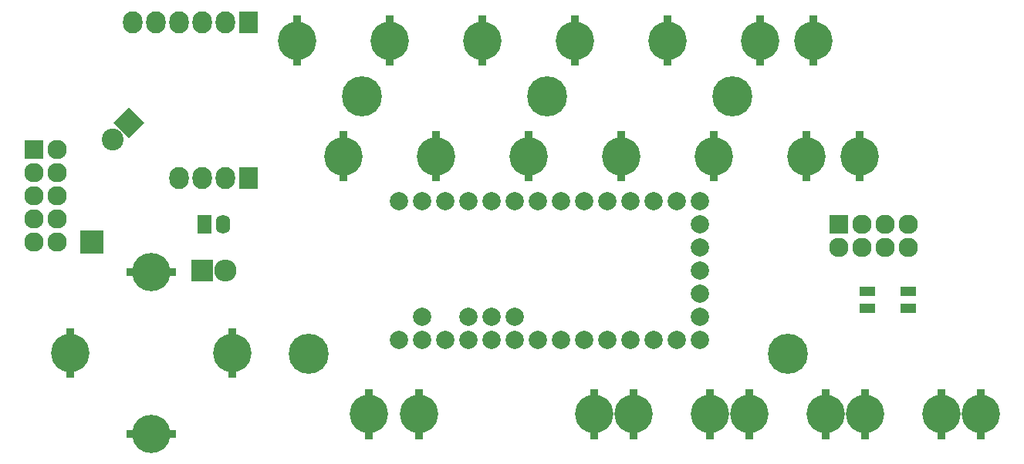
<source format=gts>
G04 #@! TF.FileFunction,Soldermask,Top*
%FSLAX46Y46*%
G04 Gerber Fmt 4.6, Leading zero omitted, Abs format (unit mm)*
G04 Created by KiCad (PCBNEW 4.0.1-stable) date 3/24/2016 2:28:27 AM*
%MOMM*%
G01*
G04 APERTURE LIST*
%ADD10C,0.100000*%
%ADD11R,2.127200X2.127200*%
%ADD12O,2.127200X2.127200*%
%ADD13C,2.000000*%
%ADD14R,2.127200X2.432000*%
%ADD15O,2.127200X2.432000*%
%ADD16R,1.700000X1.100000*%
%ADD17C,2.400000*%
%ADD18R,2.432000X2.432000*%
%ADD19O,2.432000X2.432000*%
%ADD20R,0.908000X1.162000*%
%ADD21C,4.210000*%
%ADD22R,1.416000X0.908000*%
%ADD23R,0.908000X1.416000*%
%ADD24C,4.400000*%
%ADD25R,1.598880X2.099260*%
%ADD26O,1.598880X2.099260*%
%ADD27R,2.635200X2.635200*%
G04 APERTURE END LIST*
D10*
D11*
X189230000Y-90170000D03*
D12*
X189230000Y-92710000D03*
X191770000Y-90170000D03*
X191770000Y-92710000D03*
X194310000Y-90170000D03*
X194310000Y-92710000D03*
X196850000Y-90170000D03*
X196850000Y-92710000D03*
D13*
X173990000Y-95250000D03*
X173990000Y-97790000D03*
X173990000Y-100330000D03*
X173990000Y-102870000D03*
X173990000Y-92710000D03*
X173990000Y-90170000D03*
X173990000Y-87630000D03*
X171450000Y-102870000D03*
X168910000Y-102870000D03*
X166370000Y-102870000D03*
X163830000Y-102870000D03*
X161290000Y-102870000D03*
X158750000Y-102870000D03*
X156210000Y-102870000D03*
X153670000Y-102870000D03*
X151130000Y-102870000D03*
X148590000Y-102870000D03*
X146050000Y-102870000D03*
X143510000Y-102870000D03*
X140970000Y-102870000D03*
X143510000Y-100330000D03*
X148590000Y-100330000D03*
X151130000Y-100330000D03*
X153670000Y-100330000D03*
X171450000Y-87630000D03*
X168910000Y-87630000D03*
X166370000Y-87630000D03*
X163830000Y-87630000D03*
X161290000Y-87630000D03*
X158750000Y-87630000D03*
X156210000Y-87630000D03*
X153670000Y-87630000D03*
X151130000Y-87630000D03*
X148590000Y-87630000D03*
X146050000Y-87630000D03*
X143510000Y-87630000D03*
X140970000Y-87630000D03*
D14*
X124460000Y-85090000D03*
D15*
X121920000Y-85090000D03*
X119380000Y-85090000D03*
X116840000Y-85090000D03*
D16*
X192405000Y-97475000D03*
X192405000Y-99375000D03*
D10*
G36*
X109681944Y-78994000D02*
X111379000Y-77296944D01*
X113076056Y-78994000D01*
X111379000Y-80691056D01*
X109681944Y-78994000D01*
X109681944Y-78994000D01*
G37*
D17*
X109582949Y-80790051D03*
D18*
X119380000Y-95250000D03*
D19*
X121920000Y-95250000D03*
D16*
X196850000Y-97475000D03*
X196850000Y-99375000D03*
D20*
X129794000Y-67818000D03*
X129794000Y-72136000D03*
D21*
X129794000Y-69977000D03*
D20*
X137731500Y-113157000D03*
X137731500Y-108839000D03*
D21*
X137731500Y-110998000D03*
D20*
X143192500Y-113157000D03*
X143192500Y-108839000D03*
D21*
X143192500Y-110998000D03*
D20*
X165354000Y-80518000D03*
X165354000Y-84836000D03*
D21*
X165354000Y-82677000D03*
D20*
X139954000Y-67818000D03*
X139954000Y-72136000D03*
D21*
X139954000Y-69977000D03*
D20*
X175514000Y-80518000D03*
X175514000Y-84836000D03*
D21*
X175514000Y-82677000D03*
D20*
X150114000Y-67818000D03*
X150114000Y-72136000D03*
D21*
X150114000Y-69977000D03*
D20*
X185674000Y-80518000D03*
X185674000Y-84836000D03*
D21*
X185674000Y-82677000D03*
D20*
X191516000Y-80518000D03*
X191516000Y-84836000D03*
D21*
X191516000Y-82677000D03*
D20*
X160274000Y-67818000D03*
X160274000Y-72136000D03*
D21*
X160274000Y-69977000D03*
D20*
X180594000Y-67818000D03*
X180594000Y-72136000D03*
D21*
X180594000Y-69977000D03*
D20*
X186436000Y-67818000D03*
X186436000Y-72136000D03*
D21*
X186436000Y-69977000D03*
D20*
X175133000Y-113157000D03*
X175133000Y-108839000D03*
D21*
X175133000Y-110998000D03*
D20*
X179451000Y-113157000D03*
X179451000Y-108839000D03*
D21*
X179451000Y-110998000D03*
D20*
X170434000Y-67818000D03*
X170434000Y-72136000D03*
D21*
X170434000Y-69977000D03*
D20*
X162433000Y-113157000D03*
X162433000Y-108839000D03*
D21*
X162433000Y-110998000D03*
D20*
X166751000Y-113157000D03*
X166751000Y-108839000D03*
D21*
X166751000Y-110998000D03*
D20*
X134874000Y-80518000D03*
X134874000Y-84836000D03*
D21*
X134874000Y-82677000D03*
D20*
X187833000Y-113157000D03*
X187833000Y-108839000D03*
D21*
X187833000Y-110998000D03*
D20*
X192151000Y-113157000D03*
X192151000Y-108839000D03*
D21*
X192151000Y-110998000D03*
D20*
X145034000Y-80518000D03*
X145034000Y-84836000D03*
D21*
X145034000Y-82677000D03*
D20*
X200533000Y-113157000D03*
X200533000Y-108839000D03*
D21*
X200533000Y-110998000D03*
D20*
X204851000Y-113157000D03*
X204851000Y-108839000D03*
D21*
X204851000Y-110998000D03*
D20*
X155194000Y-80518000D03*
X155194000Y-84836000D03*
D21*
X155194000Y-82677000D03*
D22*
X111760000Y-95377000D03*
X115824000Y-95377000D03*
D21*
X113792000Y-95377000D03*
D22*
X111760000Y-113157000D03*
X115824000Y-113157000D03*
D21*
X113792000Y-113157000D03*
D23*
X104902000Y-106299000D03*
X104902000Y-102235000D03*
D21*
X104902000Y-104267000D03*
D23*
X122682000Y-106299000D03*
X122682000Y-102235000D03*
D21*
X122682000Y-104267000D03*
D24*
X136956800Y-76073000D03*
X157276800Y-76073000D03*
X177596800Y-76073000D03*
X131064000Y-104394000D03*
X183642000Y-104394000D03*
D14*
X124460000Y-67945000D03*
D15*
X121920000Y-67945000D03*
X119380000Y-67945000D03*
X116840000Y-67945000D03*
X114300000Y-67945000D03*
X111760000Y-67945000D03*
D25*
X119649240Y-90170000D03*
D26*
X121650760Y-90170000D03*
D11*
X100965000Y-81915000D03*
D12*
X103505000Y-81915000D03*
X100965000Y-84455000D03*
X103505000Y-84455000D03*
X100965000Y-86995000D03*
X103505000Y-86995000D03*
X100965000Y-89535000D03*
X103505000Y-89535000D03*
X100965000Y-92075000D03*
X103505000Y-92075000D03*
D27*
X107315000Y-92075000D03*
M02*

</source>
